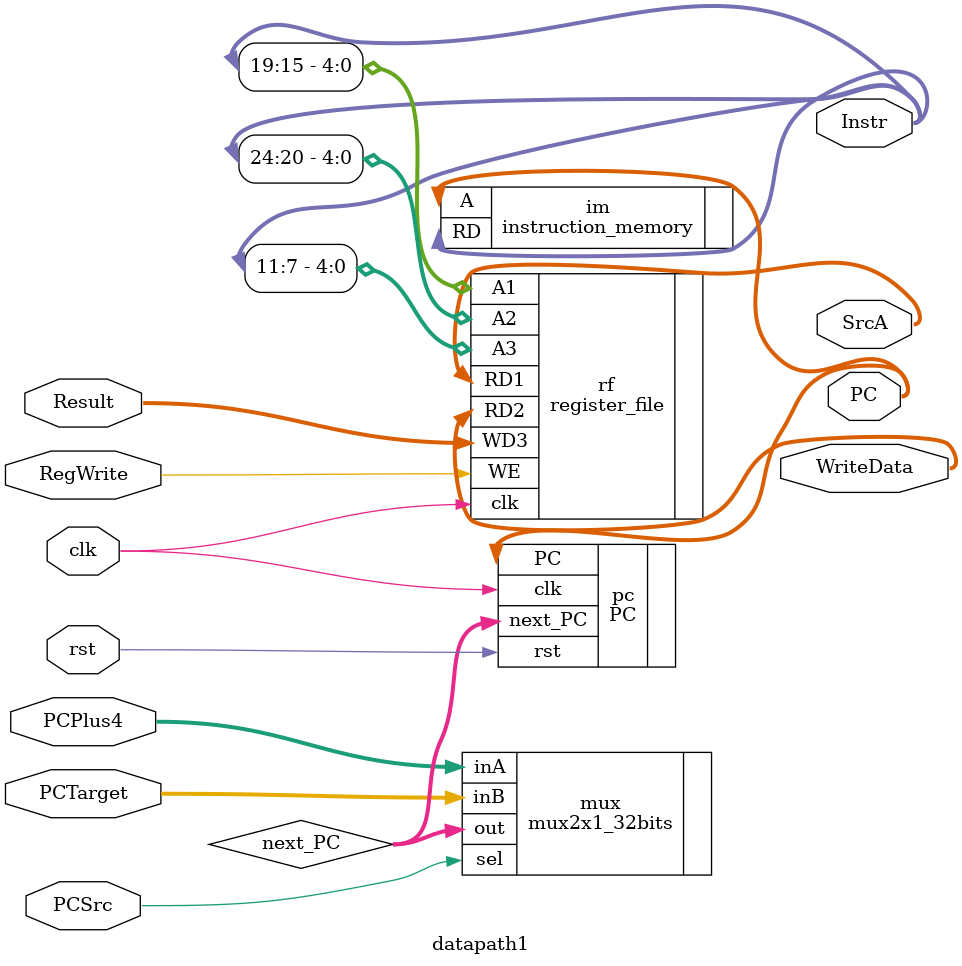
<source format=v>
module datapath1 (
    input clk, rst,
    input [31:0] PCTarget, PCPlus4, // entradas do mux do PC
    input [31:0] Result, // Valor da saída do mux com data memory e ALU
    input PCSrc, // Sinal do módulo controlador PCSrc
    input RegWrite, // Sinal do módulo controlador RegWrite
    output [31:0] PC,
    output [31:0] Instr,
    output [31:0] WriteData,
    output [31:0] SrcA
);
    wire [31:0] next_PC;
    
mux2x1_32bits mux (
    .inA(PCPlus4),
    .inB(PCTarget),
    .sel(PCSrc),
    .out(next_PC)
);

PC pc(
    .rst(rst),
    .clk(clk),
    .next_PC(next_PC),
    .PC(PC)
);

instruction_memory im (
    .A(PC),
    .RD(Instr)
);

register_file rf (
    .clk(clk),
    .A1(Instr[19:15]),
    .A2(Instr[24:20]),
    .A3(Instr[11:7]),
    .WD3(Result),
    .RD1(SrcA),
    .RD2(WriteData),
    .WE(RegWrite)
);

endmodule

//Datapath azul da imagem de ref.

</source>
